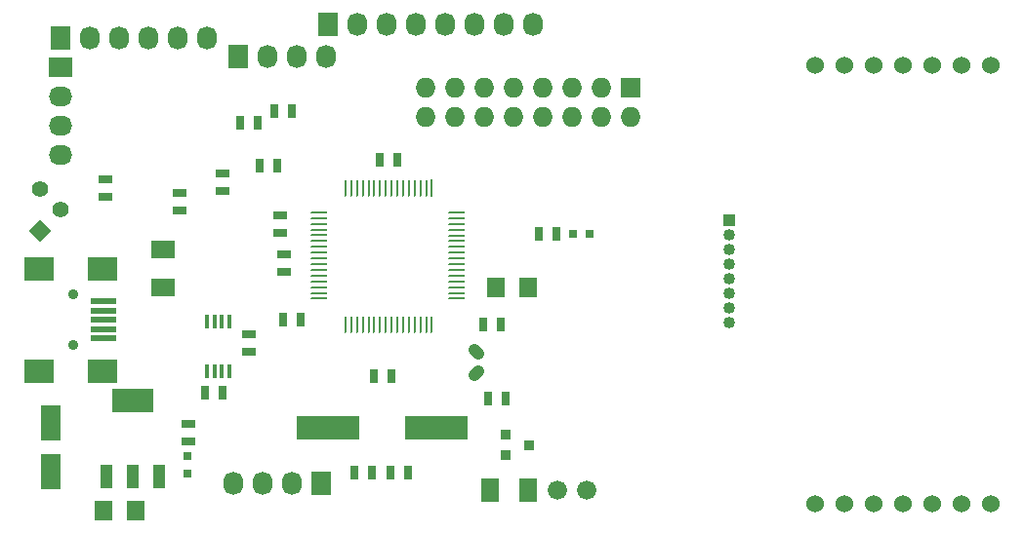
<source format=gts>
%FSLAX46Y46*%
G04 Gerber Fmt 4.6, Leading zero omitted, Abs format (unit mm)*
G04 Created by KiCad (PCBNEW (2014-08-02 BZR 5044)-product) date 13.08.2014 17:47:44*
%MOMM*%
G01*
G04 APERTURE LIST*
%ADD10C,0.150000*%
%ADD11R,0.635000X1.143000*%
%ADD12R,1.143000X0.635000*%
%ADD13R,1.727200X2.032000*%
%ADD14O,1.727200X2.032000*%
%ADD15R,2.301240X0.500380*%
%ADD16R,2.499360X1.998980*%
%ADD17C,0.899160*%
%ADD18R,1.600200X1.803400*%
%ADD19R,0.797560X0.797560*%
%ADD20R,3.657600X2.032000*%
%ADD21R,1.016000X2.032000*%
%ADD22R,1.800860X3.149600*%
%ADD23R,2.032000X1.524000*%
%ADD24R,0.248920X1.524000*%
%ADD25O,0.248920X1.524000*%
%ADD26O,1.524000X0.248920*%
%ADD27R,5.499100X1.998980*%
%ADD28R,2.032000X1.727200*%
%ADD29O,2.032000X1.727200*%
%ADD30C,1.397000*%
%ADD31R,0.381000X1.270000*%
%ADD32R,1.016000X1.016000*%
%ADD33C,1.016000*%
%ADD34R,1.727200X1.727200*%
%ADD35O,1.727200X1.727200*%
%ADD36C,1.000760*%
%ADD37C,1.524000*%
%ADD38C,1.676400*%
%ADD39R,1.524000X2.032000*%
%ADD40R,0.914400X0.914400*%
G04 APERTURE END LIST*
D10*
D11*
X45998800Y-23008000D03*
X47522800Y-23008000D03*
D12*
X46484000Y-33646000D03*
X46484000Y-32122000D03*
D13*
X42855600Y-18328800D03*
D14*
X45395600Y-18328800D03*
X47935600Y-18328800D03*
X50475600Y-18328800D03*
D11*
X43000400Y-24054000D03*
X44524400Y-24054000D03*
X44722000Y-27784000D03*
X46246000Y-27784000D03*
D15*
X31133320Y-39583800D03*
X31133320Y-40383900D03*
X31133320Y-41184000D03*
X31133320Y-41984100D03*
X31133320Y-42784200D03*
D16*
X31034260Y-36733920D03*
X25535160Y-36733920D03*
X31034260Y-45634080D03*
X25535160Y-45634080D03*
D17*
X28534900Y-38984360D03*
X28534900Y-43383640D03*
D18*
X33928200Y-57781200D03*
X31134200Y-57781200D03*
D19*
X38429200Y-53049100D03*
X38429200Y-54547700D03*
D20*
X33688400Y-48225200D03*
D21*
X33688400Y-54829200D03*
X35974400Y-54829200D03*
X31402400Y-54829200D03*
D22*
X26555200Y-54400380D03*
X26555200Y-50148420D03*
D23*
X36284000Y-35065000D03*
X36284000Y-38367000D03*
D24*
X59633040Y-29714060D03*
D25*
X59132660Y-29714060D03*
X58632280Y-29714060D03*
X58131900Y-29714060D03*
X57631520Y-29714060D03*
X57133680Y-29714060D03*
X56633300Y-29714060D03*
X56132920Y-29714060D03*
X55632540Y-29714060D03*
X55132160Y-29714060D03*
X54631780Y-29714060D03*
X54133940Y-29714060D03*
X53633560Y-29714060D03*
X53133180Y-29714060D03*
X52632800Y-29714060D03*
X52132420Y-29714060D03*
D26*
X49851500Y-31834960D03*
X49851500Y-32335340D03*
X49851500Y-32835720D03*
X49851500Y-33336100D03*
X49851500Y-33836480D03*
X49851500Y-34334320D03*
X49851500Y-34834700D03*
X49851500Y-35335080D03*
X49851500Y-35835460D03*
X49851500Y-36335840D03*
X49851500Y-36836220D03*
X49851500Y-37334060D03*
X49851500Y-37834440D03*
X49851500Y-38334820D03*
X49851500Y-38835200D03*
X49851500Y-39335580D03*
D25*
X52132420Y-41616500D03*
X52632800Y-41616500D03*
X53133180Y-41616500D03*
X53633560Y-41616500D03*
X54133940Y-41616500D03*
X54631780Y-41616500D03*
X55132160Y-41616500D03*
X55632540Y-41616500D03*
X56132920Y-41616500D03*
X56633300Y-41616500D03*
X57133680Y-41616500D03*
X57631520Y-41616500D03*
X58131900Y-41616500D03*
X58632280Y-41616500D03*
X59132660Y-41616500D03*
X59633040Y-41616500D03*
D26*
X61753940Y-39335580D03*
X61753940Y-38835200D03*
X61753940Y-37834440D03*
X61771720Y-38334820D03*
X61753940Y-37334060D03*
X61753940Y-36836220D03*
X61753940Y-36335840D03*
X61753940Y-35835460D03*
X61753940Y-35335080D03*
X61753940Y-34834700D03*
X61753940Y-34341940D03*
X61753940Y-33841560D03*
X61753940Y-33341180D03*
X61753940Y-32840800D03*
X61753940Y-32342960D03*
X61753940Y-31842580D03*
D18*
X67981000Y-38384000D03*
X65187000Y-38384000D03*
D11*
X56646000Y-27284000D03*
X55122000Y-27284000D03*
D12*
X46784000Y-35522000D03*
X46784000Y-37046000D03*
D13*
X50594000Y-15484000D03*
D14*
X53134000Y-15484000D03*
X55674000Y-15484000D03*
X58214000Y-15484000D03*
X60754000Y-15484000D03*
X63294000Y-15484000D03*
X65834000Y-15484000D03*
X68374000Y-15484000D03*
D27*
X59983000Y-50584000D03*
X50585000Y-50584000D03*
D11*
X56146000Y-46084000D03*
X54622000Y-46084000D03*
X64122000Y-41584000D03*
X65646000Y-41584000D03*
X52922000Y-54484000D03*
X54446000Y-54484000D03*
X57546000Y-54484000D03*
X56022000Y-54484000D03*
D28*
X27384000Y-19274000D03*
D29*
X27384000Y-21814000D03*
X27384000Y-24354000D03*
X27384000Y-26894000D03*
D13*
X27434000Y-16684000D03*
D14*
X29974000Y-16684000D03*
X32514000Y-16684000D03*
X35054000Y-16684000D03*
X37594000Y-16684000D03*
X40134000Y-16684000D03*
D12*
X37784000Y-30122000D03*
X37784000Y-31646000D03*
X41484000Y-28422000D03*
X41484000Y-29946000D03*
X31335001Y-28928000D03*
X31335001Y-30452000D03*
D10*
G36*
X25610000Y-32443224D02*
X26597828Y-33431052D01*
X25610000Y-34418880D01*
X24622172Y-33431052D01*
X25610000Y-32443224D01*
X25610000Y-32443224D01*
G37*
D30*
X27406051Y-31635001D03*
X25610000Y-29838950D03*
D12*
X38524400Y-50254000D03*
X38524400Y-51778000D03*
X43784000Y-42422000D03*
X43784000Y-43946000D03*
D11*
X39922000Y-47484000D03*
X41446000Y-47484000D03*
D31*
X42059360Y-41325000D03*
X41409120Y-41325000D03*
X40758880Y-41325000D03*
X40108640Y-41325000D03*
X40108640Y-45643000D03*
X40758880Y-45643000D03*
X41409120Y-45643000D03*
X42059360Y-45643000D03*
D13*
X50012000Y-55366800D03*
D14*
X47472000Y-55366800D03*
X44932000Y-55366800D03*
X42392000Y-55366800D03*
D11*
X46722000Y-41184000D03*
X48246000Y-41184000D03*
D32*
X85414000Y-32539000D03*
D33*
X85414000Y-33809000D03*
X85414000Y-35079000D03*
X85414000Y-36349000D03*
X85414000Y-37619000D03*
X85414000Y-38889000D03*
X85414000Y-40159000D03*
X85414000Y-41429000D03*
D19*
X71834700Y-33684000D03*
X73333300Y-33684000D03*
D34*
X76874000Y-21014000D03*
D35*
X76874000Y-23554000D03*
X74334000Y-21014000D03*
X74334000Y-23554000D03*
X71794000Y-21014000D03*
X71794000Y-23554000D03*
X69254000Y-21014000D03*
X69254000Y-23554000D03*
X66714000Y-21014000D03*
X66714000Y-23554000D03*
X64174000Y-21014000D03*
X64174000Y-23554000D03*
X61634000Y-21014000D03*
X61634000Y-23554000D03*
X59094000Y-21014000D03*
X59094000Y-23554000D03*
D11*
X68922000Y-33684000D03*
X70446000Y-33684000D03*
D36*
X63295155Y-43745855D02*
X63648977Y-44099677D01*
X63648977Y-45668323D02*
X63295155Y-46022145D01*
D37*
X92864000Y-57164000D03*
X95404000Y-57164000D03*
X97944000Y-57164000D03*
X100484000Y-57164000D03*
X103024000Y-57164000D03*
X105564000Y-57164000D03*
X108104000Y-57164000D03*
X108104000Y-19064000D03*
X105564000Y-19064000D03*
X103024000Y-19064000D03*
X100484000Y-19064000D03*
X97944000Y-19064000D03*
X95404000Y-19064000D03*
X92864000Y-19064000D03*
D38*
X70514000Y-55984000D03*
X73054000Y-55984000D03*
D39*
X64633000Y-55984000D03*
X67935000Y-55984000D03*
D40*
X66068000Y-52973000D03*
X66068000Y-51195000D03*
X68100000Y-52084000D03*
D11*
X64522000Y-47984000D03*
X66046000Y-47984000D03*
M02*

</source>
